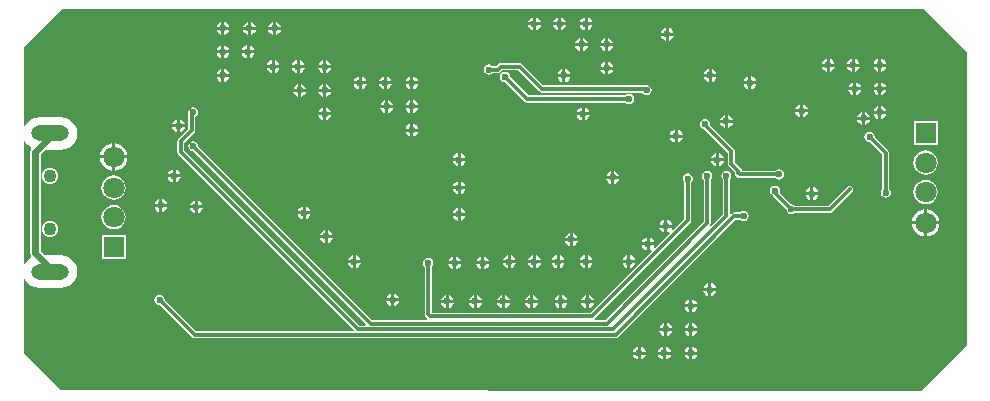
<source format=gbl>
G04*
G04 #@! TF.GenerationSoftware,Altium Limited,Altium Designer,19.1.5 (86)*
G04*
G04 Layer_Physical_Order=2*
G04 Layer_Color=16711680*
%FSLAX44Y44*%
%MOMM*%
G71*
G01*
G75*
%ADD10C,0.2500*%
%ADD44C,1.1000*%
%ADD45O,3.2000X1.3000*%
%ADD53C,0.6000*%
%ADD54C,0.3500*%
%ADD56R,1.8000X1.8000*%
%ADD57C,1.8000*%
%ADD58C,0.6000*%
G36*
X7739Y216566D02*
X9943Y213693D01*
X12334Y211859D01*
X12801Y211341D01*
X12687Y210168D01*
X12247Y209509D01*
X11917Y207850D01*
Y122150D01*
X12247Y120491D01*
X12687Y119832D01*
X12801Y118659D01*
X12334Y118141D01*
X9943Y116307D01*
X7739Y113434D01*
X7520Y112905D01*
X6250Y113157D01*
Y216843D01*
X7520Y217095D01*
X7739Y216566D01*
D02*
G37*
G36*
X805000Y292500D02*
Y43750D01*
X766250Y5000D01*
X37500Y6250D01*
X6250Y37500D01*
Y99843D01*
X7520Y100095D01*
X7739Y99566D01*
X9943Y96693D01*
X12816Y94489D01*
X16161Y93104D01*
X19750Y92631D01*
X37750D01*
X41340Y93104D01*
X44684Y94489D01*
X47557Y96693D01*
X49761Y99566D01*
X51146Y102910D01*
X51619Y106500D01*
X51146Y110090D01*
X49761Y113434D01*
X47557Y116307D01*
X44684Y118511D01*
X41340Y119896D01*
X37750Y120369D01*
X24159D01*
X20583Y123945D01*
Y206056D01*
X24159Y209631D01*
X37750D01*
X41340Y210104D01*
X44684Y211489D01*
X47557Y213693D01*
X49761Y216566D01*
X51146Y219911D01*
X51619Y223500D01*
X51146Y227090D01*
X49761Y230434D01*
X47557Y233307D01*
X44684Y235511D01*
X41340Y236896D01*
X37750Y237369D01*
X19750D01*
X16161Y236896D01*
X12816Y235511D01*
X9943Y233307D01*
X7739Y230434D01*
X7520Y229905D01*
X6250Y230157D01*
Y296250D01*
X38750Y328750D01*
X768750D01*
X805000Y292500D01*
D02*
G37*
%LPC*%
G36*
X483770Y321646D02*
Y317520D01*
X487896D01*
X487719Y318412D01*
X486494Y320244D01*
X484662Y321469D01*
X483770Y321646D01*
D02*
G37*
G36*
X481230D02*
X480338Y321469D01*
X478506Y320244D01*
X477281Y318412D01*
X477104Y317520D01*
X481230D01*
Y321646D01*
D02*
G37*
G36*
X461270D02*
Y317520D01*
X465396D01*
X465219Y318412D01*
X463994Y320244D01*
X462162Y321469D01*
X461270Y321646D01*
D02*
G37*
G36*
X458730D02*
X457838Y321469D01*
X456006Y320244D01*
X454781Y318412D01*
X454604Y317520D01*
X458730D01*
Y321646D01*
D02*
G37*
G36*
X440020D02*
Y317520D01*
X444146D01*
X443969Y318412D01*
X442744Y320244D01*
X440912Y321469D01*
X440020Y321646D01*
D02*
G37*
G36*
X437480D02*
X436588Y321469D01*
X434756Y320244D01*
X433531Y318412D01*
X433354Y317520D01*
X437480D01*
Y321646D01*
D02*
G37*
G36*
X220020Y317896D02*
Y313770D01*
X224146D01*
X223969Y314662D01*
X222744Y316494D01*
X220912Y317719D01*
X220020Y317896D01*
D02*
G37*
G36*
X217480D02*
X216588Y317719D01*
X214756Y316494D01*
X213531Y314662D01*
X213354Y313770D01*
X217480D01*
Y317896D01*
D02*
G37*
G36*
X198770D02*
Y313770D01*
X202896D01*
X202719Y314662D01*
X201494Y316494D01*
X199662Y317719D01*
X198770Y317896D01*
D02*
G37*
G36*
X196230D02*
X195338Y317719D01*
X193506Y316494D01*
X192281Y314662D01*
X192104Y313770D01*
X196230D01*
Y317896D01*
D02*
G37*
G36*
X176270D02*
Y313770D01*
X180396D01*
X180219Y314662D01*
X178994Y316494D01*
X177162Y317719D01*
X176270Y317896D01*
D02*
G37*
G36*
X173730D02*
X172838Y317719D01*
X171006Y316494D01*
X169781Y314662D01*
X169604Y313770D01*
X173730D01*
Y317896D01*
D02*
G37*
G36*
X487896Y314980D02*
X483770D01*
Y310854D01*
X484662Y311031D01*
X486494Y312256D01*
X487719Y314088D01*
X487896Y314980D01*
D02*
G37*
G36*
X481230D02*
X477104D01*
X477281Y314088D01*
X478506Y312256D01*
X480338Y311031D01*
X481230Y310854D01*
Y314980D01*
D02*
G37*
G36*
X465396D02*
X461270D01*
Y310854D01*
X462162Y311031D01*
X463994Y312256D01*
X465219Y314088D01*
X465396Y314980D01*
D02*
G37*
G36*
X458730D02*
X454604D01*
X454781Y314088D01*
X456006Y312256D01*
X457838Y311031D01*
X458730Y310854D01*
Y314980D01*
D02*
G37*
G36*
X444146D02*
X440020D01*
Y310854D01*
X440912Y311031D01*
X442744Y312256D01*
X443969Y314088D01*
X444146Y314980D01*
D02*
G37*
G36*
X437480D02*
X433354D01*
X433531Y314088D01*
X434756Y312256D01*
X436588Y311031D01*
X437480Y310854D01*
Y314980D01*
D02*
G37*
G36*
X552520Y312896D02*
Y308770D01*
X556646D01*
X556469Y309662D01*
X555244Y311494D01*
X553412Y312719D01*
X552520Y312896D01*
D02*
G37*
G36*
X549980D02*
X549088Y312719D01*
X547256Y311494D01*
X546031Y309662D01*
X545854Y308770D01*
X549980D01*
Y312896D01*
D02*
G37*
G36*
X224146Y311230D02*
X220020D01*
Y307104D01*
X220912Y307281D01*
X222744Y308506D01*
X223969Y310338D01*
X224146Y311230D01*
D02*
G37*
G36*
X217480D02*
X213354D01*
X213531Y310338D01*
X214756Y308506D01*
X216588Y307281D01*
X217480Y307104D01*
Y311230D01*
D02*
G37*
G36*
X202896D02*
X198770D01*
Y307104D01*
X199662Y307281D01*
X201494Y308506D01*
X202719Y310338D01*
X202896Y311230D01*
D02*
G37*
G36*
X196230D02*
X192104D01*
X192281Y310338D01*
X193506Y308506D01*
X195338Y307281D01*
X196230Y307104D01*
Y311230D01*
D02*
G37*
G36*
X180396D02*
X176270D01*
Y307104D01*
X177162Y307281D01*
X178994Y308506D01*
X180219Y310338D01*
X180396Y311230D01*
D02*
G37*
G36*
X173730D02*
X169604D01*
X169781Y310338D01*
X171006Y308506D01*
X172838Y307281D01*
X173730Y307104D01*
Y311230D01*
D02*
G37*
G36*
X556646Y306230D02*
X552520D01*
Y302104D01*
X553412Y302281D01*
X555244Y303506D01*
X556469Y305338D01*
X556646Y306230D01*
D02*
G37*
G36*
X549980D02*
X545854D01*
X546031Y305338D01*
X547256Y303506D01*
X549088Y302281D01*
X549980Y302104D01*
Y306230D01*
D02*
G37*
G36*
X501270Y304146D02*
Y300020D01*
X505396D01*
X505219Y300912D01*
X503994Y302744D01*
X502162Y303969D01*
X501270Y304146D01*
D02*
G37*
G36*
X498730D02*
X497838Y303969D01*
X496006Y302744D01*
X494781Y300912D01*
X494604Y300020D01*
X498730D01*
Y304146D01*
D02*
G37*
G36*
X480020D02*
Y300020D01*
X484146D01*
X483969Y300912D01*
X482744Y302744D01*
X480912Y303969D01*
X480020Y304146D01*
D02*
G37*
G36*
X477480D02*
X476588Y303969D01*
X474756Y302744D01*
X473531Y300912D01*
X473354Y300020D01*
X477480D01*
Y304146D01*
D02*
G37*
G36*
X197520Y297896D02*
Y293770D01*
X201646D01*
X201469Y294662D01*
X200244Y296494D01*
X198412Y297719D01*
X197520Y297896D01*
D02*
G37*
G36*
X194980D02*
X194088Y297719D01*
X192256Y296494D01*
X191031Y294662D01*
X190854Y293770D01*
X194980D01*
Y297896D01*
D02*
G37*
G36*
X176270D02*
Y293770D01*
X180396D01*
X180219Y294662D01*
X178994Y296494D01*
X177162Y297719D01*
X176270Y297896D01*
D02*
G37*
G36*
X173730D02*
X172838Y297719D01*
X171006Y296494D01*
X169781Y294662D01*
X169604Y293770D01*
X173730D01*
Y297896D01*
D02*
G37*
G36*
X505396Y297480D02*
X501270D01*
Y293354D01*
X502162Y293531D01*
X503994Y294756D01*
X505219Y296588D01*
X505396Y297480D01*
D02*
G37*
G36*
X498730D02*
X494604D01*
X494781Y296588D01*
X496006Y294756D01*
X497838Y293531D01*
X498730Y293354D01*
Y297480D01*
D02*
G37*
G36*
X484146D02*
X480020D01*
Y293354D01*
X480912Y293531D01*
X482744Y294756D01*
X483969Y296588D01*
X484146Y297480D01*
D02*
G37*
G36*
X477480D02*
X473354D01*
X473531Y296588D01*
X474756Y294756D01*
X476588Y293531D01*
X477480Y293354D01*
Y297480D01*
D02*
G37*
G36*
X201646Y291230D02*
X197520D01*
Y287104D01*
X198412Y287281D01*
X200244Y288506D01*
X201469Y290338D01*
X201646Y291230D01*
D02*
G37*
G36*
X194980D02*
X190854D01*
X191031Y290338D01*
X192256Y288506D01*
X194088Y287281D01*
X194980Y287104D01*
Y291230D01*
D02*
G37*
G36*
X180396D02*
X176270D01*
Y287104D01*
X177162Y287281D01*
X178994Y288506D01*
X180219Y290338D01*
X180396Y291230D01*
D02*
G37*
G36*
X173730D02*
X169604D01*
X169781Y290338D01*
X171006Y288506D01*
X172838Y287281D01*
X173730Y287104D01*
Y291230D01*
D02*
G37*
G36*
X732520Y286646D02*
Y282520D01*
X736646D01*
X736469Y283412D01*
X735244Y285244D01*
X733412Y286469D01*
X732520Y286646D01*
D02*
G37*
G36*
X729980D02*
X729088Y286469D01*
X727256Y285244D01*
X726031Y283412D01*
X725854Y282520D01*
X729980D01*
Y286646D01*
D02*
G37*
G36*
X710020D02*
Y282520D01*
X714146D01*
X713969Y283412D01*
X712744Y285244D01*
X710912Y286469D01*
X710020Y286646D01*
D02*
G37*
G36*
X707480D02*
X706588Y286469D01*
X704756Y285244D01*
X703531Y283412D01*
X703354Y282520D01*
X707480D01*
Y286646D01*
D02*
G37*
G36*
X688770D02*
Y282520D01*
X692896D01*
X692719Y283412D01*
X691494Y285244D01*
X689662Y286469D01*
X688770Y286646D01*
D02*
G37*
G36*
X686230D02*
X685338Y286469D01*
X683506Y285244D01*
X682281Y283412D01*
X682104Y282520D01*
X686230D01*
Y286646D01*
D02*
G37*
G36*
X262520Y285396D02*
Y281270D01*
X266646D01*
X266469Y282162D01*
X265244Y283994D01*
X263412Y285219D01*
X262520Y285396D01*
D02*
G37*
G36*
X259980D02*
X259088Y285219D01*
X257256Y283994D01*
X256031Y282162D01*
X255854Y281270D01*
X259980D01*
Y285396D01*
D02*
G37*
G36*
X240020D02*
Y281270D01*
X244146D01*
X243969Y282162D01*
X242744Y283994D01*
X240912Y285219D01*
X240020Y285396D01*
D02*
G37*
G36*
X237480D02*
X236588Y285219D01*
X234756Y283994D01*
X233531Y282162D01*
X233354Y281270D01*
X237480D01*
Y285396D01*
D02*
G37*
G36*
X218770D02*
Y281270D01*
X222896D01*
X222719Y282162D01*
X221494Y283994D01*
X219662Y285219D01*
X218770Y285396D01*
D02*
G37*
G36*
X216230D02*
X215338Y285219D01*
X213506Y283994D01*
X212281Y282162D01*
X212104Y281270D01*
X216230D01*
Y285396D01*
D02*
G37*
G36*
X426350Y282959D02*
X426350Y282959D01*
X410167D01*
X408997Y282726D01*
X408004Y282063D01*
X408004Y282063D01*
X406500Y280559D01*
X403068D01*
X403064Y280564D01*
X401658Y281503D01*
X400000Y281833D01*
X398342Y281503D01*
X396936Y280564D01*
X395997Y279158D01*
X395667Y277500D01*
X395997Y275842D01*
X396936Y274436D01*
X398342Y273497D01*
X400000Y273167D01*
X401658Y273497D01*
X403064Y274436D01*
X403068Y274441D01*
X407767D01*
X407767Y274441D01*
X408938Y274674D01*
X409930Y275337D01*
X411434Y276841D01*
X425083D01*
X442937Y258987D01*
X443929Y258324D01*
X445100Y258091D01*
X445100Y258091D01*
X529914D01*
X530686Y256936D01*
X532092Y255996D01*
X533750Y255667D01*
X535408Y255996D01*
X536814Y256936D01*
X537753Y258342D01*
X538083Y260000D01*
X537753Y261658D01*
X536814Y263064D01*
X535408Y264003D01*
X533750Y264333D01*
X532862Y264157D01*
X532600Y264209D01*
X532600Y264209D01*
X446367D01*
X428513Y282063D01*
X427520Y282726D01*
X426350Y282959D01*
D02*
G37*
G36*
X501270Y284146D02*
Y280020D01*
X505396D01*
X505219Y280912D01*
X503994Y282744D01*
X502162Y283969D01*
X501270Y284146D01*
D02*
G37*
G36*
X498730D02*
X497838Y283969D01*
X496006Y282744D01*
X494781Y280912D01*
X494604Y280020D01*
X498730D01*
Y284146D01*
D02*
G37*
G36*
X736646Y279980D02*
X732520D01*
Y275854D01*
X733412Y276031D01*
X735244Y277256D01*
X736469Y279088D01*
X736646Y279980D01*
D02*
G37*
G36*
X729980D02*
X725854D01*
X726031Y279088D01*
X727256Y277256D01*
X729088Y276031D01*
X729980Y275854D01*
Y279980D01*
D02*
G37*
G36*
X714146D02*
X710020D01*
Y275854D01*
X710912Y276031D01*
X712744Y277256D01*
X713969Y279088D01*
X714146Y279980D01*
D02*
G37*
G36*
X707480D02*
X703354D01*
X703531Y279088D01*
X704756Y277256D01*
X706588Y276031D01*
X707480Y275854D01*
Y279980D01*
D02*
G37*
G36*
X692896D02*
X688770D01*
Y275854D01*
X689662Y276031D01*
X691494Y277256D01*
X692719Y279088D01*
X692896Y279980D01*
D02*
G37*
G36*
X686230D02*
X682104D01*
X682281Y279088D01*
X683506Y277256D01*
X685338Y276031D01*
X686230Y275854D01*
Y279980D01*
D02*
G37*
G36*
X266646Y278730D02*
X262520D01*
Y274604D01*
X263412Y274781D01*
X265244Y276006D01*
X266469Y277838D01*
X266646Y278730D01*
D02*
G37*
G36*
X259980D02*
X255854D01*
X256031Y277838D01*
X257256Y276006D01*
X259088Y274781D01*
X259980Y274604D01*
Y278730D01*
D02*
G37*
G36*
X244146D02*
X240020D01*
Y274604D01*
X240912Y274781D01*
X242744Y276006D01*
X243969Y277838D01*
X244146Y278730D01*
D02*
G37*
G36*
X237480D02*
X233354D01*
X233531Y277838D01*
X234756Y276006D01*
X236588Y274781D01*
X237480Y274604D01*
Y278730D01*
D02*
G37*
G36*
X222896D02*
X218770D01*
Y274604D01*
X219662Y274781D01*
X221494Y276006D01*
X222719Y277838D01*
X222896Y278730D01*
D02*
G37*
G36*
X216230D02*
X212104D01*
X212281Y277838D01*
X213506Y276006D01*
X215338Y274781D01*
X216230Y274604D01*
Y278730D01*
D02*
G37*
G36*
X588770Y277896D02*
Y273770D01*
X592896D01*
X592719Y274662D01*
X591494Y276494D01*
X589662Y277719D01*
X588770Y277896D01*
D02*
G37*
G36*
X586230D02*
X585338Y277719D01*
X583506Y276494D01*
X582281Y274662D01*
X582104Y273770D01*
X586230D01*
Y277896D01*
D02*
G37*
G36*
X465020D02*
Y273770D01*
X469146D01*
X468969Y274662D01*
X467744Y276494D01*
X465912Y277719D01*
X465020Y277896D01*
D02*
G37*
G36*
X462480D02*
X461588Y277719D01*
X459756Y276494D01*
X458531Y274662D01*
X458354Y273770D01*
X462480D01*
Y277896D01*
D02*
G37*
G36*
X176270D02*
Y273770D01*
X180396D01*
X180219Y274662D01*
X178994Y276494D01*
X177162Y277719D01*
X176270Y277896D01*
D02*
G37*
G36*
X173730D02*
X172838Y277719D01*
X171006Y276494D01*
X169781Y274662D01*
X169604Y273770D01*
X173730D01*
Y277896D01*
D02*
G37*
G36*
X505396Y277480D02*
X501270D01*
Y273354D01*
X502162Y273531D01*
X503994Y274756D01*
X505219Y276588D01*
X505396Y277480D01*
D02*
G37*
G36*
X498730D02*
X494604D01*
X494781Y276588D01*
X496006Y274756D01*
X497838Y273531D01*
X498730Y273354D01*
Y277480D01*
D02*
G37*
G36*
X622520Y271646D02*
Y267520D01*
X626646D01*
X626469Y268412D01*
X625244Y270244D01*
X623412Y271469D01*
X622520Y271646D01*
D02*
G37*
G36*
X619980D02*
X619088Y271469D01*
X617256Y270244D01*
X616031Y268412D01*
X615854Y267520D01*
X619980D01*
Y271646D01*
D02*
G37*
G36*
X336270Y271646D02*
Y267520D01*
X340396D01*
X340219Y268412D01*
X338994Y270244D01*
X337162Y271469D01*
X336270Y271646D01*
D02*
G37*
G36*
X333730D02*
X332838Y271469D01*
X331006Y270244D01*
X329781Y268412D01*
X329604Y267520D01*
X333730D01*
Y271646D01*
D02*
G37*
G36*
X313770D02*
Y267520D01*
X317896D01*
X317719Y268412D01*
X316494Y270244D01*
X314662Y271469D01*
X313770Y271646D01*
D02*
G37*
G36*
X311230D02*
X310338Y271469D01*
X308506Y270244D01*
X307281Y268412D01*
X307104Y267520D01*
X311230D01*
Y271646D01*
D02*
G37*
G36*
X292520D02*
Y267520D01*
X296646D01*
X296469Y268412D01*
X295244Y270244D01*
X293412Y271469D01*
X292520Y271646D01*
D02*
G37*
G36*
X289980D02*
X289088Y271469D01*
X287256Y270244D01*
X286031Y268412D01*
X285854Y267520D01*
X289980D01*
Y271646D01*
D02*
G37*
G36*
X592896Y271230D02*
X588770D01*
Y267104D01*
X589662Y267281D01*
X591494Y268506D01*
X592719Y270338D01*
X592896Y271230D01*
D02*
G37*
G36*
X586230D02*
X582104D01*
X582281Y270338D01*
X583506Y268506D01*
X585338Y267281D01*
X586230Y267104D01*
Y271230D01*
D02*
G37*
G36*
X469146D02*
X465020D01*
Y267104D01*
X465912Y267281D01*
X467744Y268506D01*
X468969Y270338D01*
X469146Y271230D01*
D02*
G37*
G36*
X462480D02*
X458354D01*
X458531Y270338D01*
X459756Y268506D01*
X461588Y267281D01*
X462480Y267104D01*
Y271230D01*
D02*
G37*
G36*
X180396D02*
X176270D01*
Y267104D01*
X177162Y267281D01*
X178994Y268506D01*
X180219Y270338D01*
X180396Y271230D01*
D02*
G37*
G36*
X173730D02*
X169604D01*
X169781Y270338D01*
X171006Y268506D01*
X172838Y267281D01*
X173730Y267104D01*
Y271230D01*
D02*
G37*
G36*
X732520Y266646D02*
Y262520D01*
X736646D01*
X736469Y263412D01*
X735244Y265244D01*
X733412Y266469D01*
X732520Y266646D01*
D02*
G37*
G36*
X729980D02*
X729088Y266469D01*
X727256Y265244D01*
X726031Y263412D01*
X725854Y262520D01*
X729980D01*
Y266646D01*
D02*
G37*
G36*
X711270D02*
Y262520D01*
X715396D01*
X715219Y263412D01*
X713994Y265244D01*
X712162Y266469D01*
X711270Y266646D01*
D02*
G37*
G36*
X708730D02*
X707838Y266469D01*
X706006Y265244D01*
X704781Y263412D01*
X704604Y262520D01*
X708730D01*
Y266646D01*
D02*
G37*
G36*
X262520Y265396D02*
Y261270D01*
X266646D01*
X266469Y262162D01*
X265244Y263994D01*
X263412Y265219D01*
X262520Y265396D01*
D02*
G37*
G36*
X259980D02*
X259088Y265219D01*
X257256Y263994D01*
X256031Y262162D01*
X255854Y261270D01*
X259980D01*
Y265396D01*
D02*
G37*
G36*
X241270D02*
Y261270D01*
X245396D01*
X245219Y262162D01*
X243994Y263994D01*
X242162Y265219D01*
X241270Y265396D01*
D02*
G37*
G36*
X238730D02*
X237838Y265219D01*
X236006Y263994D01*
X234781Y262162D01*
X234604Y261270D01*
X238730D01*
Y265396D01*
D02*
G37*
G36*
X626646Y264980D02*
X622520D01*
Y260854D01*
X623412Y261031D01*
X625244Y262256D01*
X626469Y264088D01*
X626646Y264980D01*
D02*
G37*
G36*
X619980D02*
X615854D01*
X616031Y264088D01*
X617256Y262256D01*
X619088Y261031D01*
X619980Y260854D01*
Y264980D01*
D02*
G37*
G36*
X340396Y264980D02*
X336270D01*
Y260854D01*
X337162Y261031D01*
X338994Y262256D01*
X340219Y264088D01*
X340396Y264980D01*
D02*
G37*
G36*
X333730D02*
X329604D01*
X329781Y264088D01*
X331006Y262256D01*
X332838Y261031D01*
X333730Y260854D01*
Y264980D01*
D02*
G37*
G36*
X317896D02*
X313770D01*
Y260854D01*
X314662Y261031D01*
X316494Y262256D01*
X317719Y264088D01*
X317896Y264980D01*
D02*
G37*
G36*
X311230D02*
X307104D01*
X307281Y264088D01*
X308506Y262256D01*
X310338Y261031D01*
X311230Y260854D01*
Y264980D01*
D02*
G37*
G36*
X296646D02*
X292520D01*
Y260854D01*
X293412Y261031D01*
X295244Y262256D01*
X296469Y264088D01*
X296646Y264980D01*
D02*
G37*
G36*
X289980D02*
X285854D01*
X286031Y264088D01*
X287256Y262256D01*
X289088Y261031D01*
X289980Y260854D01*
Y264980D01*
D02*
G37*
G36*
X736646Y259980D02*
X732520D01*
Y255854D01*
X733412Y256031D01*
X735244Y257256D01*
X736469Y259088D01*
X736646Y259980D01*
D02*
G37*
G36*
X729980D02*
X725854D01*
X726031Y259088D01*
X727256Y257256D01*
X729088Y256031D01*
X729980Y255854D01*
Y259980D01*
D02*
G37*
G36*
X715396D02*
X711270D01*
Y255854D01*
X712162Y256031D01*
X713994Y257256D01*
X715219Y259088D01*
X715396Y259980D01*
D02*
G37*
G36*
X708730D02*
X704604D01*
X704781Y259088D01*
X706006Y257256D01*
X707838Y256031D01*
X708730Y255854D01*
Y259980D01*
D02*
G37*
G36*
X266646Y258730D02*
X262520D01*
Y254604D01*
X263412Y254781D01*
X265244Y256006D01*
X266469Y257838D01*
X266646Y258730D01*
D02*
G37*
G36*
X259980D02*
X255854D01*
X256031Y257838D01*
X257256Y256006D01*
X259088Y254781D01*
X259980Y254604D01*
Y258730D01*
D02*
G37*
G36*
X245396D02*
X241270D01*
Y254604D01*
X242162Y254781D01*
X243994Y256006D01*
X245219Y257838D01*
X245396Y258730D01*
D02*
G37*
G36*
X238730D02*
X234604D01*
X234781Y257838D01*
X236006Y256006D01*
X237838Y254781D01*
X238730Y254604D01*
Y258730D01*
D02*
G37*
G36*
X413750Y275583D02*
X412092Y275253D01*
X410686Y274314D01*
X409747Y272908D01*
X409417Y271250D01*
X409747Y269592D01*
X410686Y268186D01*
X412092Y267246D01*
X413750Y266917D01*
X413756Y266918D01*
X430337Y250337D01*
X431329Y249674D01*
X432500Y249441D01*
X432500Y249441D01*
X515682D01*
X515686Y249436D01*
X517092Y248496D01*
X518750Y248167D01*
X520408Y248496D01*
X521814Y249436D01*
X522753Y250842D01*
X523083Y252500D01*
X522753Y254158D01*
X521814Y255564D01*
X520408Y256503D01*
X518750Y256833D01*
X517092Y256503D01*
X515686Y255564D01*
X515682Y255559D01*
X433767D01*
X418082Y271244D01*
X418083Y271250D01*
X417753Y272908D01*
X416814Y274314D01*
X415408Y275253D01*
X413750Y275583D01*
D02*
G37*
G36*
X336270Y251646D02*
Y247520D01*
X340396D01*
X340219Y248412D01*
X338994Y250244D01*
X337162Y251469D01*
X336270Y251646D01*
D02*
G37*
G36*
X333730D02*
X332838Y251469D01*
X331006Y250244D01*
X329781Y248412D01*
X329604Y247520D01*
X333730D01*
Y251646D01*
D02*
G37*
G36*
X315020D02*
Y247520D01*
X319146D01*
X318969Y248412D01*
X317744Y250244D01*
X315912Y251469D01*
X315020Y251646D01*
D02*
G37*
G36*
X312480D02*
X311588Y251469D01*
X309756Y250244D01*
X308531Y248412D01*
X308354Y247520D01*
X312480D01*
Y251646D01*
D02*
G37*
G36*
X666270Y247896D02*
Y243770D01*
X670396D01*
X670219Y244662D01*
X668994Y246494D01*
X667162Y247719D01*
X666270Y247896D01*
D02*
G37*
G36*
X663730D02*
X662838Y247719D01*
X661006Y246494D01*
X659781Y244662D01*
X659604Y243770D01*
X663730D01*
Y247896D01*
D02*
G37*
G36*
X732520Y246646D02*
Y242520D01*
X736646D01*
X736469Y243412D01*
X735244Y245244D01*
X733412Y246469D01*
X732520Y246646D01*
D02*
G37*
G36*
X729980D02*
X729088Y246469D01*
X727256Y245244D01*
X726031Y243412D01*
X725854Y242520D01*
X729980D01*
Y246646D01*
D02*
G37*
G36*
X481270Y245396D02*
Y241270D01*
X485396D01*
X485219Y242162D01*
X483994Y243994D01*
X482162Y245219D01*
X481270Y245396D01*
D02*
G37*
G36*
X478730D02*
X477838Y245219D01*
X476006Y243994D01*
X474781Y242162D01*
X474604Y241270D01*
X478730D01*
Y245396D01*
D02*
G37*
G36*
X262520D02*
Y241270D01*
X266646D01*
X266469Y242162D01*
X265244Y243994D01*
X263412Y245219D01*
X262520Y245396D01*
D02*
G37*
G36*
X259980D02*
X259088Y245219D01*
X257256Y243994D01*
X256031Y242162D01*
X255854Y241270D01*
X259980D01*
Y245396D01*
D02*
G37*
G36*
X340396Y244980D02*
X336270D01*
Y240854D01*
X337162Y241031D01*
X338994Y242256D01*
X340219Y244088D01*
X340396Y244980D01*
D02*
G37*
G36*
X333730D02*
X329604D01*
X329781Y244088D01*
X331006Y242256D01*
X332838Y241031D01*
X333730Y240854D01*
Y244980D01*
D02*
G37*
G36*
X319146D02*
X315020D01*
Y240854D01*
X315912Y241031D01*
X317744Y242256D01*
X318969Y244088D01*
X319146Y244980D01*
D02*
G37*
G36*
X312480D02*
X308354D01*
X308531Y244088D01*
X309756Y242256D01*
X311588Y241031D01*
X312480Y240854D01*
Y244980D01*
D02*
G37*
G36*
X718770Y241646D02*
Y237520D01*
X722896D01*
X722719Y238412D01*
X721494Y240244D01*
X719662Y241469D01*
X718770Y241646D01*
D02*
G37*
G36*
X716230D02*
X715338Y241469D01*
X713506Y240244D01*
X712281Y238412D01*
X712104Y237520D01*
X716230D01*
Y241646D01*
D02*
G37*
G36*
X670396Y241230D02*
X666270D01*
Y237104D01*
X667162Y237281D01*
X668994Y238506D01*
X670219Y240338D01*
X670396Y241230D01*
D02*
G37*
G36*
X663730D02*
X659604D01*
X659781Y240338D01*
X661006Y238506D01*
X662838Y237281D01*
X663730Y237104D01*
Y241230D01*
D02*
G37*
G36*
X736646Y239980D02*
X732520D01*
Y235854D01*
X733412Y236031D01*
X735244Y237256D01*
X736469Y239088D01*
X736646Y239980D01*
D02*
G37*
G36*
X729980D02*
X725854D01*
X726031Y239088D01*
X727256Y237256D01*
X729088Y236031D01*
X729980Y235854D01*
Y239980D01*
D02*
G37*
G36*
X602520Y239146D02*
Y235020D01*
X606646D01*
X606469Y235912D01*
X605244Y237744D01*
X603412Y238969D01*
X602520Y239146D01*
D02*
G37*
G36*
X599980D02*
X599088Y238969D01*
X597256Y237744D01*
X596031Y235912D01*
X595854Y235020D01*
X599980D01*
Y239146D01*
D02*
G37*
G36*
X485396Y238730D02*
X481270D01*
Y234604D01*
X482162Y234781D01*
X483994Y236006D01*
X485219Y237838D01*
X485396Y238730D01*
D02*
G37*
G36*
X478730D02*
X474604D01*
X474781Y237838D01*
X476006Y236006D01*
X477838Y234781D01*
X478730Y234604D01*
Y238730D01*
D02*
G37*
G36*
X266646D02*
X262520D01*
Y234604D01*
X263412Y234781D01*
X265244Y236006D01*
X266469Y237838D01*
X266646Y238730D01*
D02*
G37*
G36*
X259980D02*
X255854D01*
X256031Y237838D01*
X257256Y236006D01*
X259088Y234781D01*
X259980Y234604D01*
Y238730D01*
D02*
G37*
G36*
X138773Y235403D02*
Y231277D01*
X142899D01*
X142722Y232169D01*
X141497Y234001D01*
X139665Y235226D01*
X138773Y235403D01*
D02*
G37*
G36*
X136233D02*
X135341Y235226D01*
X133509Y234001D01*
X132284Y232169D01*
X132107Y231277D01*
X136233D01*
Y235403D01*
D02*
G37*
G36*
X722896Y234980D02*
X718770D01*
Y230854D01*
X719662Y231031D01*
X721494Y232256D01*
X722719Y234088D01*
X722896Y234980D01*
D02*
G37*
G36*
X716230D02*
X712104D01*
X712281Y234088D01*
X713506Y232256D01*
X715338Y231031D01*
X716230Y230854D01*
Y234980D01*
D02*
G37*
G36*
X606646Y232480D02*
X602520D01*
Y228354D01*
X603412Y228531D01*
X605244Y229756D01*
X606469Y231588D01*
X606646Y232480D01*
D02*
G37*
G36*
X599980D02*
X595854D01*
X596031Y231588D01*
X597256Y229756D01*
X599088Y228531D01*
X599980Y228354D01*
Y232480D01*
D02*
G37*
G36*
X336270Y231646D02*
Y227520D01*
X340396D01*
X340219Y228412D01*
X338994Y230244D01*
X337162Y231469D01*
X336270Y231646D01*
D02*
G37*
G36*
X333730D02*
X332838Y231469D01*
X331006Y230244D01*
X329781Y228412D01*
X329604Y227520D01*
X333730D01*
Y231646D01*
D02*
G37*
G36*
X142899Y228737D02*
X138773D01*
Y224611D01*
X139665Y224788D01*
X141497Y226013D01*
X142722Y227845D01*
X142899Y228737D01*
D02*
G37*
G36*
X136233D02*
X132107D01*
X132284Y227845D01*
X133509Y226013D01*
X135341Y224788D01*
X136233Y224611D01*
Y228737D01*
D02*
G37*
G36*
X560020Y226646D02*
Y222520D01*
X564146D01*
X563969Y223412D01*
X562744Y225244D01*
X560912Y226469D01*
X560020Y226646D01*
D02*
G37*
G36*
X557480D02*
X556588Y226469D01*
X554756Y225244D01*
X553531Y223412D01*
X553354Y222520D01*
X557480D01*
Y226646D01*
D02*
G37*
G36*
X340396Y224980D02*
X336270D01*
Y220854D01*
X337162Y221031D01*
X338994Y222256D01*
X340219Y224088D01*
X340396Y224980D01*
D02*
G37*
G36*
X333730D02*
X329604D01*
X329781Y224088D01*
X331006Y222256D01*
X332838Y221031D01*
X333730Y220854D01*
Y224980D01*
D02*
G37*
G36*
X564146Y219980D02*
X560020D01*
Y215854D01*
X560912Y216031D01*
X562744Y217256D01*
X563969Y219088D01*
X564146Y219980D01*
D02*
G37*
G36*
X557480D02*
X553354D01*
X553531Y219088D01*
X554756Y217256D01*
X556588Y216031D01*
X557480Y215854D01*
Y219980D01*
D02*
G37*
G36*
X780250Y234000D02*
X759750D01*
Y213500D01*
X780250D01*
Y234000D01*
D02*
G37*
G36*
X83770Y214972D02*
Y204770D01*
X93972D01*
X93743Y206513D01*
X92580Y209320D01*
X90730Y211730D01*
X88320Y213580D01*
X85513Y214743D01*
X83770Y214972D01*
D02*
G37*
G36*
X81230D02*
X79487Y214743D01*
X76680Y213580D01*
X74270Y211730D01*
X72420Y209320D01*
X71257Y206513D01*
X71028Y204770D01*
X81230D01*
Y214972D01*
D02*
G37*
G36*
X595020Y206646D02*
Y202520D01*
X599146D01*
X598969Y203412D01*
X597744Y205244D01*
X595912Y206469D01*
X595020Y206646D01*
D02*
G37*
G36*
X592480D02*
X591588Y206469D01*
X589756Y205244D01*
X588531Y203412D01*
X588354Y202520D01*
X592480D01*
Y206646D01*
D02*
G37*
G36*
X376270D02*
Y202520D01*
X380396D01*
X380219Y203412D01*
X378994Y205244D01*
X377162Y206469D01*
X376270Y206646D01*
D02*
G37*
G36*
X373730D02*
X372838Y206469D01*
X371006Y205244D01*
X369781Y203412D01*
X369604Y202520D01*
X373730D01*
Y206646D01*
D02*
G37*
G36*
X599146Y199980D02*
X595020D01*
Y195854D01*
X595912Y196031D01*
X597744Y197256D01*
X598969Y199088D01*
X599146Y199980D01*
D02*
G37*
G36*
X592480D02*
X588354D01*
X588531Y199088D01*
X589756Y197256D01*
X591588Y196031D01*
X592480Y195854D01*
Y199980D01*
D02*
G37*
G36*
X380396D02*
X376270D01*
Y195854D01*
X377162Y196031D01*
X378994Y197256D01*
X380219Y199088D01*
X380396Y199980D01*
D02*
G37*
G36*
X373730D02*
X369604D01*
X369781Y199088D01*
X371006Y197256D01*
X372838Y196031D01*
X373730Y195854D01*
Y199980D01*
D02*
G37*
G36*
X93972Y202230D02*
X83770D01*
Y192028D01*
X85513Y192257D01*
X88320Y193420D01*
X90730Y195270D01*
X92580Y197680D01*
X93743Y200487D01*
X93972Y202230D01*
D02*
G37*
G36*
X81230D02*
X71028D01*
X71257Y200487D01*
X72420Y197680D01*
X74270Y195270D01*
X76680Y193420D01*
X79487Y192257D01*
X81230Y192028D01*
Y202230D01*
D02*
G37*
G36*
X135020Y192896D02*
Y188770D01*
X139146D01*
X138969Y189662D01*
X137744Y191494D01*
X135912Y192719D01*
X135020Y192896D01*
D02*
G37*
G36*
X132480D02*
X131588Y192719D01*
X129756Y191494D01*
X128531Y189662D01*
X128354Y188770D01*
X132480D01*
Y192896D01*
D02*
G37*
G36*
X770000Y209088D02*
X767324Y208736D01*
X764831Y207703D01*
X762690Y206060D01*
X761047Y203919D01*
X760014Y201426D01*
X759661Y198750D01*
X760014Y196074D01*
X761047Y193581D01*
X762690Y191440D01*
X764831Y189797D01*
X767324Y188764D01*
X770000Y188412D01*
X772676Y188764D01*
X775169Y189797D01*
X777310Y191440D01*
X778953Y193581D01*
X779986Y196074D01*
X780338Y198750D01*
X779986Y201426D01*
X778953Y203919D01*
X777310Y206060D01*
X775169Y207703D01*
X772676Y208736D01*
X770000Y209088D01*
D02*
G37*
G36*
X506270Y191646D02*
Y187520D01*
X510396D01*
X510219Y188412D01*
X508994Y190244D01*
X507162Y191469D01*
X506270Y191646D01*
D02*
G37*
G36*
X503730D02*
X502838Y191469D01*
X501006Y190244D01*
X499781Y188412D01*
X499604Y187520D01*
X503730D01*
Y191646D01*
D02*
G37*
G36*
X583125Y235581D02*
X581467Y235251D01*
X580061Y234311D01*
X579122Y232906D01*
X578792Y231247D01*
X579122Y229589D01*
X580061Y228183D01*
X581467Y227244D01*
X582357Y227067D01*
X602437Y206987D01*
Y197750D01*
X602437Y197750D01*
X602670Y196579D01*
X603333Y195587D01*
X608441Y190479D01*
Y189750D01*
X608441Y189750D01*
X608674Y188579D01*
X609337Y187587D01*
X610337Y186587D01*
X610337Y186587D01*
X611329Y185924D01*
X612500Y185691D01*
X612500Y185691D01*
X642682D01*
X642686Y185686D01*
X644092Y184746D01*
X645750Y184417D01*
X647408Y184746D01*
X648814Y185686D01*
X649753Y187092D01*
X650083Y188750D01*
X649753Y190408D01*
X648814Y191814D01*
X647408Y192753D01*
X645750Y193083D01*
X644092Y192753D01*
X642686Y191814D01*
X642682Y191809D01*
X614546D01*
X614326Y192916D01*
X613663Y193909D01*
X613663Y193909D01*
X608554Y199017D01*
Y208254D01*
X608322Y209425D01*
X607659Y210417D01*
X607659Y210417D01*
X587354Y230722D01*
X587458Y231247D01*
X587128Y232906D01*
X586189Y234311D01*
X584783Y235251D01*
X583125Y235581D01*
D02*
G37*
G36*
X139146Y186230D02*
X135020D01*
Y182104D01*
X135912Y182281D01*
X137744Y183506D01*
X138969Y185338D01*
X139146Y186230D01*
D02*
G37*
G36*
X132480D02*
X128354D01*
X128531Y185338D01*
X129756Y183506D01*
X131588Y182281D01*
X132480Y182104D01*
Y186230D01*
D02*
G37*
G36*
X510396Y184980D02*
X506270D01*
Y180854D01*
X507162Y181031D01*
X508994Y182256D01*
X510219Y184088D01*
X510396Y184980D01*
D02*
G37*
G36*
X503730D02*
X499604D01*
X499781Y184088D01*
X501006Y182256D01*
X502838Y181031D01*
X503730Y180854D01*
Y184980D01*
D02*
G37*
G36*
X28750Y194308D02*
X26988Y194076D01*
X25346Y193396D01*
X23936Y192314D01*
X22854Y190904D01*
X22174Y189262D01*
X21942Y187500D01*
X22174Y185738D01*
X22854Y184096D01*
X23936Y182686D01*
X25346Y181604D01*
X26988Y180924D01*
X28750Y180692D01*
X30512Y180924D01*
X32154Y181604D01*
X33564Y182686D01*
X34646Y184096D01*
X35326Y185738D01*
X35558Y187500D01*
X35326Y189262D01*
X34646Y190904D01*
X33564Y192314D01*
X32154Y193396D01*
X30512Y194076D01*
X28750Y194308D01*
D02*
G37*
G36*
X376270Y182896D02*
Y178770D01*
X380396D01*
X380219Y179662D01*
X378994Y181494D01*
X377162Y182719D01*
X376270Y182896D01*
D02*
G37*
G36*
X373730D02*
X372838Y182719D01*
X371006Y181494D01*
X369781Y179662D01*
X369604Y178770D01*
X373730D01*
Y182896D01*
D02*
G37*
G36*
X675020Y177896D02*
Y173770D01*
X679146D01*
X678969Y174662D01*
X677744Y176494D01*
X675912Y177719D01*
X675020Y177896D01*
D02*
G37*
G36*
X672480D02*
X671588Y177719D01*
X669756Y176494D01*
X668531Y174662D01*
X668354Y173770D01*
X672480D01*
Y177896D01*
D02*
G37*
G36*
X380396Y176230D02*
X376270D01*
Y172104D01*
X377162Y172281D01*
X378994Y173506D01*
X380219Y175338D01*
X380396Y176230D01*
D02*
G37*
G36*
X373730D02*
X369604D01*
X369781Y175338D01*
X371006Y173506D01*
X372838Y172281D01*
X373730Y172104D01*
Y176230D01*
D02*
G37*
G36*
X722500Y224833D02*
X720842Y224503D01*
X719436Y223564D01*
X718497Y222158D01*
X718167Y220500D01*
X718497Y218842D01*
X719436Y217436D01*
X720842Y216497D01*
X722500Y216167D01*
X722506Y216168D01*
X733191Y205483D01*
Y176318D01*
X733186Y176314D01*
X732247Y174908D01*
X731917Y173250D01*
X732247Y171592D01*
X733186Y170186D01*
X734592Y169247D01*
X736250Y168917D01*
X737908Y169247D01*
X739314Y170186D01*
X740253Y171592D01*
X740583Y173250D01*
X740253Y174908D01*
X739314Y176314D01*
X739309Y176318D01*
Y206750D01*
X739309Y206750D01*
X739076Y207921D01*
X738413Y208913D01*
X726832Y220494D01*
X726833Y220500D01*
X726503Y222158D01*
X725564Y223564D01*
X724158Y224503D01*
X722500Y224833D01*
D02*
G37*
G36*
X82500Y187838D02*
X79824Y187486D01*
X77331Y186453D01*
X75190Y184810D01*
X73547Y182669D01*
X72514Y180176D01*
X72162Y177500D01*
X72514Y174824D01*
X73547Y172331D01*
X75190Y170190D01*
X77331Y168547D01*
X79824Y167514D01*
X82500Y167162D01*
X85176Y167514D01*
X87669Y168547D01*
X89810Y170190D01*
X91453Y172331D01*
X92486Y174824D01*
X92838Y177500D01*
X92486Y180176D01*
X91453Y182669D01*
X89810Y184810D01*
X87669Y186453D01*
X85176Y187486D01*
X82500Y187838D01*
D02*
G37*
G36*
X679146Y171230D02*
X675020D01*
Y167104D01*
X675912Y167281D01*
X677744Y168506D01*
X678969Y170338D01*
X679146Y171230D01*
D02*
G37*
G36*
X672480D02*
X668354D01*
X668531Y170338D01*
X669756Y168506D01*
X671588Y167281D01*
X672480Y167104D01*
Y171230D01*
D02*
G37*
G36*
X123770Y167896D02*
Y163770D01*
X127896D01*
X127718Y164662D01*
X126494Y166494D01*
X124662Y167719D01*
X123770Y167896D01*
D02*
G37*
G36*
X121230D02*
X120338Y167719D01*
X118506Y166494D01*
X117281Y164662D01*
X117104Y163770D01*
X121230D01*
Y167896D01*
D02*
G37*
G36*
X770000Y184088D02*
X767324Y183736D01*
X764831Y182703D01*
X762690Y181060D01*
X761047Y178919D01*
X760014Y176426D01*
X759661Y173750D01*
X760014Y171074D01*
X761047Y168581D01*
X762690Y166440D01*
X764831Y164797D01*
X767324Y163764D01*
X770000Y163412D01*
X772676Y163764D01*
X775169Y164797D01*
X777310Y166440D01*
X778953Y168581D01*
X779986Y171074D01*
X780338Y173750D01*
X779986Y176426D01*
X778953Y178919D01*
X777310Y181060D01*
X775169Y182703D01*
X772676Y183736D01*
X770000Y184088D01*
D02*
G37*
G36*
X153770Y166646D02*
Y162520D01*
X157896D01*
X157719Y163412D01*
X156494Y165244D01*
X154662Y166469D01*
X153770Y166646D01*
D02*
G37*
G36*
X151230D02*
X150338Y166469D01*
X148506Y165244D01*
X147281Y163412D01*
X147104Y162520D01*
X151230D01*
Y166646D01*
D02*
G37*
G36*
X245020Y161646D02*
Y157520D01*
X249146D01*
X248969Y158412D01*
X247744Y160244D01*
X245912Y161469D01*
X245020Y161646D01*
D02*
G37*
G36*
X242480D02*
X241588Y161469D01*
X239756Y160244D01*
X238531Y158412D01*
X238354Y157520D01*
X242480D01*
Y161646D01*
D02*
G37*
G36*
X127896Y161230D02*
X123770D01*
Y157104D01*
X124662Y157281D01*
X126494Y158506D01*
X127718Y160338D01*
X127896Y161230D01*
D02*
G37*
G36*
X121230D02*
X117104D01*
X117281Y160338D01*
X118506Y158506D01*
X120338Y157281D01*
X121230Y157104D01*
Y161230D01*
D02*
G37*
G36*
X376270Y160396D02*
Y156270D01*
X380396D01*
X380219Y157162D01*
X378994Y158994D01*
X377162Y160219D01*
X376270Y160396D01*
D02*
G37*
G36*
X373730D02*
X372838Y160219D01*
X371006Y158994D01*
X369781Y157162D01*
X369604Y156270D01*
X373730D01*
Y160396D01*
D02*
G37*
G36*
X642507Y179333D02*
X640849Y179003D01*
X639443Y178064D01*
X638504Y176658D01*
X638174Y175000D01*
X638504Y173342D01*
X639443Y171936D01*
X639736Y171740D01*
X640344Y170830D01*
X651918Y159256D01*
X651917Y159250D01*
X652247Y157592D01*
X653186Y156186D01*
X654592Y155247D01*
X656250Y154917D01*
X657908Y155247D01*
X659314Y156186D01*
X659318Y156191D01*
X688750D01*
X688750Y156191D01*
X689921Y156424D01*
X690913Y157087D01*
X707913Y174087D01*
X708576Y175079D01*
X708809Y176250D01*
X708576Y177421D01*
X707913Y178413D01*
X706920Y179076D01*
X705750Y179309D01*
X704579Y179076D01*
X703587Y178413D01*
X687483Y162309D01*
X659318D01*
X659314Y162314D01*
X657908Y163253D01*
X656250Y163583D01*
X656244Y163582D01*
X646500Y173326D01*
X646511Y173342D01*
X646840Y175000D01*
X646511Y176658D01*
X645571Y178064D01*
X644165Y179003D01*
X642507Y179333D01*
D02*
G37*
G36*
X157896Y159980D02*
X153770D01*
Y155854D01*
X154662Y156031D01*
X156494Y157256D01*
X157719Y159088D01*
X157896Y159980D01*
D02*
G37*
G36*
X151230D02*
X147104D01*
X147281Y159088D01*
X148506Y157256D01*
X150338Y156031D01*
X151230Y155854D01*
Y159980D01*
D02*
G37*
G36*
X249146Y154980D02*
X245020D01*
Y150854D01*
X245912Y151031D01*
X247744Y152256D01*
X248969Y154088D01*
X249146Y154980D01*
D02*
G37*
G36*
X242480D02*
X238354D01*
X238531Y154088D01*
X239756Y152256D01*
X241588Y151031D01*
X242480Y150854D01*
Y154980D01*
D02*
G37*
G36*
X380396Y153730D02*
X376270D01*
Y149604D01*
X377162Y149781D01*
X378994Y151006D01*
X380219Y152838D01*
X380396Y153730D01*
D02*
G37*
G36*
X373730D02*
X369604D01*
X369781Y152838D01*
X371006Y151006D01*
X372838Y149781D01*
X373730Y149604D01*
Y153730D01*
D02*
G37*
G36*
X150000Y245583D02*
X148342Y245253D01*
X146936Y244314D01*
X145997Y242908D01*
X145667Y241250D01*
X145791Y240628D01*
X145659Y239968D01*
X145659Y239968D01*
Y227476D01*
X137237Y219053D01*
X136574Y218061D01*
X136341Y216891D01*
X136341Y216891D01*
Y208109D01*
X136341Y208109D01*
X136574Y206939D01*
X137237Y205946D01*
X285951Y57232D01*
X285466Y56059D01*
X152220D01*
X125683Y82595D01*
X125685Y82601D01*
X125355Y84260D01*
X124416Y85666D01*
X123010Y86605D01*
X121351Y86935D01*
X119693Y86605D01*
X118287Y85666D01*
X117348Y84260D01*
X117018Y82601D01*
X117348Y80943D01*
X118287Y79537D01*
X119693Y78598D01*
X121351Y78268D01*
X121358Y78270D01*
X148790Y50837D01*
X148790Y50837D01*
X149782Y50174D01*
X150953Y49941D01*
X150953Y49941D01*
X507470D01*
X507471Y49941D01*
X508641Y50174D01*
X509633Y50837D01*
X609196Y150399D01*
X612891D01*
X612894Y150394D01*
X614300Y149454D01*
X615959Y149125D01*
X617617Y149454D01*
X619022Y150394D01*
X619962Y151800D01*
X620292Y153458D01*
X619962Y155116D01*
X619022Y156522D01*
X617617Y157461D01*
X615959Y157791D01*
X614300Y157461D01*
X612894Y156522D01*
X612891Y156517D01*
X607929D01*
X606758Y156284D01*
X605766Y155621D01*
X605766Y155621D01*
X605482Y155337D01*
X604309Y155823D01*
Y184432D01*
X604314Y184436D01*
X605253Y185842D01*
X605583Y187500D01*
X605253Y189158D01*
X604314Y190564D01*
X602908Y191503D01*
X601250Y191833D01*
X599592Y191503D01*
X598186Y190564D01*
X597247Y189158D01*
X596917Y187500D01*
X597247Y185842D01*
X598186Y184436D01*
X598191Y184432D01*
Y154764D01*
X588541Y145114D01*
X587555Y145923D01*
X587826Y146329D01*
X588059Y147500D01*
X588059Y147500D01*
Y184432D01*
X588064Y184436D01*
X589003Y185842D01*
X589333Y187500D01*
X589003Y189158D01*
X588064Y190564D01*
X586658Y191503D01*
X585000Y191833D01*
X583342Y191503D01*
X581936Y190564D01*
X580997Y189158D01*
X580667Y187500D01*
X580997Y185842D01*
X581936Y184436D01*
X581941Y184432D01*
Y148767D01*
X498733Y65559D01*
X490237D01*
X490009Y65882D01*
X489754Y66829D01*
X570763Y147837D01*
X570763Y147837D01*
X571426Y148829D01*
X571659Y150000D01*
X571659Y150000D01*
Y182200D01*
X571664Y182204D01*
X572603Y183610D01*
X572933Y185268D01*
X572603Y186926D01*
X571664Y188332D01*
X570258Y189271D01*
X568600Y189601D01*
X566942Y189271D01*
X565536Y188332D01*
X564597Y186926D01*
X564267Y185268D01*
X564597Y183610D01*
X565536Y182204D01*
X565541Y182200D01*
Y151267D01*
X556008Y141733D01*
X555021Y142543D01*
X555219Y142838D01*
X555396Y143730D01*
X551270D01*
Y139604D01*
X552162Y139781D01*
X552457Y139979D01*
X553266Y138992D01*
X541008Y126733D01*
X540021Y127543D01*
X540219Y127838D01*
X540396Y128730D01*
X536270D01*
Y124604D01*
X537162Y124781D01*
X537457Y124979D01*
X538266Y123992D01*
X486083Y71809D01*
X351809D01*
Y110682D01*
X351814Y110686D01*
X352753Y112092D01*
X353083Y113750D01*
X352753Y115408D01*
X351814Y116814D01*
X350408Y117753D01*
X348750Y118083D01*
X347092Y117753D01*
X345686Y116814D01*
X344747Y115408D01*
X344417Y113750D01*
X344747Y112092D01*
X345686Y110686D01*
X345691Y110682D01*
Y70390D01*
X345691Y70390D01*
X345924Y69220D01*
X346587Y68227D01*
X347986Y66829D01*
X347731Y65882D01*
X347503Y65559D01*
X301267D01*
X154332Y212494D01*
X154333Y212500D01*
X154003Y214158D01*
X153064Y215564D01*
X151658Y216503D01*
X150000Y216833D01*
X148342Y216503D01*
X146936Y215564D01*
X145997Y214158D01*
X145667Y212500D01*
X145997Y210842D01*
X146936Y209436D01*
X148342Y208496D01*
X150000Y208167D01*
X150006Y208168D01*
X296192Y61982D01*
X295706Y60809D01*
X291026D01*
X142459Y209376D01*
Y215624D01*
X150881Y224046D01*
X151544Y225038D01*
X151777Y226209D01*
Y237326D01*
X153064Y238186D01*
X154003Y239592D01*
X154333Y241250D01*
X154003Y242908D01*
X153064Y244314D01*
X151658Y245253D01*
X150000Y245583D01*
D02*
G37*
G36*
X771270Y159222D02*
Y149020D01*
X781472D01*
X781243Y150763D01*
X780080Y153570D01*
X778230Y155980D01*
X775820Y157830D01*
X773012Y158993D01*
X771270Y159222D01*
D02*
G37*
G36*
X768730Y159222D02*
X766987Y158993D01*
X764180Y157830D01*
X761770Y155980D01*
X759920Y153570D01*
X758757Y150763D01*
X758528Y149020D01*
X768730D01*
Y159222D01*
D02*
G37*
G36*
X551270Y150396D02*
Y146270D01*
X555396D01*
X555219Y147162D01*
X553994Y148994D01*
X552162Y150218D01*
X551270Y150396D01*
D02*
G37*
G36*
X548730D02*
X547838Y150218D01*
X546006Y148994D01*
X544781Y147162D01*
X544604Y146270D01*
X548730D01*
Y150396D01*
D02*
G37*
G36*
X82500Y162838D02*
X79824Y162486D01*
X77331Y161453D01*
X75190Y159810D01*
X73547Y157669D01*
X72514Y155176D01*
X72162Y152500D01*
X72514Y149824D01*
X73547Y147331D01*
X75190Y145190D01*
X77331Y143547D01*
X79824Y142514D01*
X82500Y142162D01*
X85176Y142514D01*
X87669Y143547D01*
X89810Y145190D01*
X91453Y147331D01*
X92486Y149824D01*
X92838Y152500D01*
X92486Y155176D01*
X91453Y157669D01*
X89810Y159810D01*
X87669Y161453D01*
X85176Y162486D01*
X82500Y162838D01*
D02*
G37*
G36*
X548730Y143730D02*
X544604D01*
X544781Y142838D01*
X546006Y141006D01*
X547838Y139781D01*
X548730Y139604D01*
Y143730D01*
D02*
G37*
G36*
X263770Y141646D02*
Y137520D01*
X267896D01*
X267719Y138412D01*
X266494Y140244D01*
X264662Y141468D01*
X263770Y141646D01*
D02*
G37*
G36*
X261230D02*
X260338Y141468D01*
X258506Y140244D01*
X257281Y138412D01*
X257104Y137520D01*
X261230D01*
Y141646D01*
D02*
G37*
G36*
X768730Y146480D02*
X758528D01*
X758757Y144737D01*
X759920Y141930D01*
X761770Y139520D01*
X764180Y137670D01*
X766987Y136507D01*
X768730Y136278D01*
Y146480D01*
D02*
G37*
G36*
X781472D02*
X771270D01*
Y136278D01*
X773012Y136507D01*
X775820Y137670D01*
X778230Y139520D01*
X780080Y141930D01*
X781243Y144737D01*
X781472Y146480D01*
D02*
G37*
G36*
X28750Y149308D02*
X26988Y149076D01*
X25346Y148396D01*
X23936Y147314D01*
X22854Y145904D01*
X22174Y144262D01*
X21942Y142500D01*
X22174Y140738D01*
X22854Y139096D01*
X23936Y137686D01*
X25346Y136604D01*
X26988Y135924D01*
X28750Y135692D01*
X30512Y135924D01*
X32154Y136604D01*
X33564Y137686D01*
X34646Y139096D01*
X35326Y140738D01*
X35558Y142500D01*
X35326Y144262D01*
X34646Y145904D01*
X33564Y147314D01*
X32154Y148396D01*
X30512Y149076D01*
X28750Y149308D01*
D02*
G37*
G36*
X471270Y139146D02*
Y135020D01*
X475396D01*
X475219Y135912D01*
X473994Y137744D01*
X472162Y138968D01*
X471270Y139146D01*
D02*
G37*
G36*
X468730D02*
X467838Y138968D01*
X466006Y137744D01*
X464781Y135912D01*
X464604Y135020D01*
X468730D01*
Y139146D01*
D02*
G37*
G36*
X536270Y135396D02*
Y131270D01*
X540396D01*
X540219Y132162D01*
X538994Y133994D01*
X537162Y135218D01*
X536270Y135396D01*
D02*
G37*
G36*
X533730D02*
X532838Y135218D01*
X531006Y133994D01*
X529781Y132162D01*
X529604Y131270D01*
X533730D01*
Y135396D01*
D02*
G37*
G36*
X267896Y134980D02*
X263770D01*
Y130854D01*
X264662Y131031D01*
X266494Y132256D01*
X267719Y134088D01*
X267896Y134980D01*
D02*
G37*
G36*
X261230D02*
X257104D01*
X257281Y134088D01*
X258506Y132256D01*
X260338Y131031D01*
X261230Y130854D01*
Y134980D01*
D02*
G37*
G36*
X475396Y132480D02*
X471270D01*
Y128354D01*
X472162Y128531D01*
X473994Y129756D01*
X475219Y131588D01*
X475396Y132480D01*
D02*
G37*
G36*
X468730D02*
X464604D01*
X464781Y131588D01*
X466006Y129756D01*
X467838Y128531D01*
X468730Y128354D01*
Y132480D01*
D02*
G37*
G36*
X533730Y128730D02*
X529604D01*
X529781Y127838D01*
X531006Y126006D01*
X532838Y124781D01*
X533730Y124604D01*
Y128730D01*
D02*
G37*
G36*
X92750Y137750D02*
X72250D01*
Y117250D01*
X92750D01*
Y137750D01*
D02*
G37*
G36*
X520020Y120396D02*
Y116270D01*
X524146D01*
X523969Y117162D01*
X522744Y118994D01*
X520912Y120218D01*
X520020Y120396D01*
D02*
G37*
G36*
X517480D02*
X516588Y120218D01*
X514756Y118994D01*
X513531Y117162D01*
X513354Y116270D01*
X517480D01*
Y120396D01*
D02*
G37*
G36*
X483770D02*
Y116270D01*
X487896D01*
X487719Y117162D01*
X486494Y118994D01*
X484662Y120218D01*
X483770Y120396D01*
D02*
G37*
G36*
X481230D02*
X480338Y120218D01*
X478506Y118994D01*
X477281Y117162D01*
X477104Y116270D01*
X481230D01*
Y120396D01*
D02*
G37*
G36*
X460020D02*
Y116270D01*
X464146D01*
X463969Y117162D01*
X462744Y118994D01*
X460912Y120218D01*
X460020Y120396D01*
D02*
G37*
G36*
X457480D02*
X456588Y120218D01*
X454756Y118994D01*
X453531Y117162D01*
X453354Y116270D01*
X457480D01*
Y120396D01*
D02*
G37*
G36*
X440020D02*
Y116270D01*
X444146D01*
X443969Y117162D01*
X442744Y118994D01*
X440912Y120218D01*
X440020Y120396D01*
D02*
G37*
G36*
X437480D02*
X436588Y120218D01*
X434756Y118994D01*
X433531Y117162D01*
X433354Y116270D01*
X437480D01*
Y120396D01*
D02*
G37*
G36*
X418770D02*
Y116270D01*
X422896D01*
X422719Y117162D01*
X421494Y118994D01*
X419662Y120218D01*
X418770Y120396D01*
D02*
G37*
G36*
X416230D02*
X415338Y120218D01*
X413506Y118994D01*
X412281Y117162D01*
X412104Y116270D01*
X416230D01*
Y120396D01*
D02*
G37*
G36*
X287520D02*
Y116270D01*
X291646D01*
X291469Y117162D01*
X290244Y118994D01*
X288412Y120218D01*
X287520Y120396D01*
D02*
G37*
G36*
X284980D02*
X284088Y120218D01*
X282256Y118994D01*
X281031Y117162D01*
X280854Y116270D01*
X284980D01*
Y120396D01*
D02*
G37*
G36*
X396270Y119146D02*
Y115020D01*
X400396D01*
X400219Y115912D01*
X398994Y117744D01*
X397162Y118968D01*
X396270Y119146D01*
D02*
G37*
G36*
X393730D02*
X392838Y118968D01*
X391006Y117744D01*
X389781Y115912D01*
X389604Y115020D01*
X393730D01*
Y119146D01*
D02*
G37*
G36*
X372520D02*
Y115020D01*
X376646D01*
X376469Y115912D01*
X375244Y117744D01*
X373412Y118968D01*
X372520Y119146D01*
D02*
G37*
G36*
X369980D02*
X369088Y118968D01*
X367256Y117744D01*
X366031Y115912D01*
X365854Y115020D01*
X369980D01*
Y119146D01*
D02*
G37*
G36*
X524146Y113730D02*
X520020D01*
Y109604D01*
X520912Y109781D01*
X522744Y111006D01*
X523969Y112838D01*
X524146Y113730D01*
D02*
G37*
G36*
X517480D02*
X513354D01*
X513531Y112838D01*
X514756Y111006D01*
X516588Y109781D01*
X517480Y109604D01*
Y113730D01*
D02*
G37*
G36*
X487896D02*
X483770D01*
Y109604D01*
X484662Y109781D01*
X486494Y111006D01*
X487719Y112838D01*
X487896Y113730D01*
D02*
G37*
G36*
X481230D02*
X477104D01*
X477281Y112838D01*
X478506Y111006D01*
X480338Y109781D01*
X481230Y109604D01*
Y113730D01*
D02*
G37*
G36*
X464146D02*
X460020D01*
Y109604D01*
X460912Y109781D01*
X462744Y111006D01*
X463969Y112838D01*
X464146Y113730D01*
D02*
G37*
G36*
X457480D02*
X453354D01*
X453531Y112838D01*
X454756Y111006D01*
X456588Y109781D01*
X457480Y109604D01*
Y113730D01*
D02*
G37*
G36*
X444146D02*
X440020D01*
Y109604D01*
X440912Y109781D01*
X442744Y111006D01*
X443969Y112838D01*
X444146Y113730D01*
D02*
G37*
G36*
X437480D02*
X433354D01*
X433531Y112838D01*
X434756Y111006D01*
X436588Y109781D01*
X437480Y109604D01*
Y113730D01*
D02*
G37*
G36*
X422896D02*
X418770D01*
Y109604D01*
X419662Y109781D01*
X421494Y111006D01*
X422719Y112838D01*
X422896Y113730D01*
D02*
G37*
G36*
X416230D02*
X412104D01*
X412281Y112838D01*
X413506Y111006D01*
X415338Y109781D01*
X416230Y109604D01*
Y113730D01*
D02*
G37*
G36*
X291646D02*
X287520D01*
Y109604D01*
X288412Y109781D01*
X290244Y111006D01*
X291469Y112838D01*
X291646Y113730D01*
D02*
G37*
G36*
X284980D02*
X280854D01*
X281031Y112838D01*
X282256Y111006D01*
X284088Y109781D01*
X284980Y109604D01*
Y113730D01*
D02*
G37*
G36*
X400396Y112480D02*
X396270D01*
Y108354D01*
X397162Y108531D01*
X398994Y109756D01*
X400219Y111588D01*
X400396Y112480D01*
D02*
G37*
G36*
X393730D02*
X389604D01*
X389781Y111588D01*
X391006Y109756D01*
X392838Y108531D01*
X393730Y108354D01*
Y112480D01*
D02*
G37*
G36*
X376646D02*
X372520D01*
Y108354D01*
X373412Y108531D01*
X375244Y109756D01*
X376469Y111588D01*
X376646Y112480D01*
D02*
G37*
G36*
X369980D02*
X365854D01*
X366031Y111588D01*
X367256Y109756D01*
X369088Y108531D01*
X369980Y108354D01*
Y112480D01*
D02*
G37*
G36*
X588551Y96577D02*
Y92451D01*
X592677D01*
X592500Y93343D01*
X591276Y95176D01*
X589443Y96400D01*
X588551Y96577D01*
D02*
G37*
G36*
X586012D02*
X585120Y96400D01*
X583287Y95176D01*
X582063Y93343D01*
X581886Y92451D01*
X586012D01*
Y96577D01*
D02*
G37*
G36*
X592677Y89911D02*
X588551D01*
Y85786D01*
X589443Y85963D01*
X591276Y87187D01*
X592500Y89020D01*
X592677Y89911D01*
D02*
G37*
G36*
X586012D02*
X581886D01*
X582063Y89020D01*
X583287Y87187D01*
X585120Y85963D01*
X586012Y85786D01*
Y89911D01*
D02*
G37*
G36*
X320020Y87896D02*
Y83770D01*
X324146D01*
X323969Y84662D01*
X322744Y86494D01*
X320912Y87718D01*
X320020Y87896D01*
D02*
G37*
G36*
X317480D02*
X316588Y87718D01*
X314756Y86494D01*
X313531Y84662D01*
X313354Y83770D01*
X317480D01*
Y87896D01*
D02*
G37*
G36*
X485020Y86646D02*
Y82520D01*
X489146D01*
X488969Y83412D01*
X487744Y85244D01*
X485912Y86468D01*
X485020Y86646D01*
D02*
G37*
G36*
X482480D02*
X481588Y86468D01*
X479756Y85244D01*
X478531Y83412D01*
X478354Y82520D01*
X482480D01*
Y86646D01*
D02*
G37*
G36*
X462520D02*
Y82520D01*
X466646D01*
X466469Y83412D01*
X465244Y85244D01*
X463412Y86468D01*
X462520Y86646D01*
D02*
G37*
G36*
X459980D02*
X459088Y86468D01*
X457256Y85244D01*
X456031Y83412D01*
X455854Y82520D01*
X459980D01*
Y86646D01*
D02*
G37*
G36*
X437520D02*
Y82520D01*
X441646D01*
X441469Y83412D01*
X440244Y85244D01*
X438412Y86468D01*
X437520Y86646D01*
D02*
G37*
G36*
X434980D02*
X434088Y86468D01*
X432256Y85244D01*
X431031Y83412D01*
X430854Y82520D01*
X434980D01*
Y86646D01*
D02*
G37*
G36*
X413770D02*
Y82520D01*
X417896D01*
X417719Y83412D01*
X416494Y85244D01*
X414662Y86468D01*
X413770Y86646D01*
D02*
G37*
G36*
X411230D02*
X410338Y86468D01*
X408506Y85244D01*
X407281Y83412D01*
X407104Y82520D01*
X411230D01*
Y86646D01*
D02*
G37*
G36*
X390020Y86646D02*
Y82520D01*
X394146D01*
X393969Y83412D01*
X392744Y85244D01*
X390912Y86468D01*
X390020Y86646D01*
D02*
G37*
G36*
X387480D02*
X386588Y86468D01*
X384756Y85244D01*
X383531Y83412D01*
X383354Y82520D01*
X387480D01*
Y86646D01*
D02*
G37*
G36*
X366270D02*
Y82520D01*
X370396D01*
X370219Y83412D01*
X368994Y85244D01*
X367162Y86468D01*
X366270Y86646D01*
D02*
G37*
G36*
X363730D02*
X362838Y86468D01*
X361006Y85244D01*
X359781Y83412D01*
X359604Y82520D01*
X363730D01*
Y86646D01*
D02*
G37*
G36*
X572520Y82896D02*
Y78770D01*
X576646D01*
X576469Y79662D01*
X575244Y81494D01*
X573412Y82718D01*
X572520Y82896D01*
D02*
G37*
G36*
X569980D02*
X569088Y82718D01*
X567256Y81494D01*
X566031Y79662D01*
X565854Y78770D01*
X569980D01*
Y82896D01*
D02*
G37*
G36*
X324146Y81230D02*
X320020D01*
Y77104D01*
X320912Y77281D01*
X322744Y78506D01*
X323969Y80338D01*
X324146Y81230D01*
D02*
G37*
G36*
X317480D02*
X313354D01*
X313531Y80338D01*
X314756Y78506D01*
X316588Y77281D01*
X317480Y77104D01*
Y81230D01*
D02*
G37*
G36*
X489146Y79980D02*
X485020D01*
Y75854D01*
X485912Y76031D01*
X487744Y77256D01*
X488969Y79088D01*
X489146Y79980D01*
D02*
G37*
G36*
X482480D02*
X478354D01*
X478531Y79088D01*
X479756Y77256D01*
X481588Y76031D01*
X482480Y75854D01*
Y79980D01*
D02*
G37*
G36*
X466646D02*
X462520D01*
Y75854D01*
X463412Y76031D01*
X465244Y77256D01*
X466469Y79088D01*
X466646Y79980D01*
D02*
G37*
G36*
X459980D02*
X455854D01*
X456031Y79088D01*
X457256Y77256D01*
X459088Y76031D01*
X459980Y75854D01*
Y79980D01*
D02*
G37*
G36*
X441646D02*
X437520D01*
Y75854D01*
X438412Y76031D01*
X440244Y77256D01*
X441469Y79088D01*
X441646Y79980D01*
D02*
G37*
G36*
X434980D02*
X430854D01*
X431031Y79088D01*
X432256Y77256D01*
X434088Y76031D01*
X434980Y75854D01*
Y79980D01*
D02*
G37*
G36*
X417896D02*
X413770D01*
Y75854D01*
X414662Y76031D01*
X416494Y77256D01*
X417719Y79088D01*
X417896Y79980D01*
D02*
G37*
G36*
X411230D02*
X407104D01*
X407281Y79088D01*
X408506Y77256D01*
X410338Y76031D01*
X411230Y75854D01*
Y79980D01*
D02*
G37*
G36*
X394146Y79980D02*
X390020D01*
Y75854D01*
X390912Y76031D01*
X392744Y77256D01*
X393969Y79088D01*
X394146Y79980D01*
D02*
G37*
G36*
X387480D02*
X383354D01*
X383531Y79088D01*
X384756Y77256D01*
X386588Y76031D01*
X387480Y75854D01*
Y79980D01*
D02*
G37*
G36*
X370396D02*
X366270D01*
Y75854D01*
X367162Y76031D01*
X368994Y77256D01*
X370219Y79088D01*
X370396Y79980D01*
D02*
G37*
G36*
X363730D02*
X359604D01*
X359781Y79088D01*
X361006Y77256D01*
X362838Y76031D01*
X363730Y75854D01*
Y79980D01*
D02*
G37*
G36*
X576646Y76230D02*
X572520D01*
Y72104D01*
X573412Y72281D01*
X575244Y73506D01*
X576469Y75338D01*
X576646Y76230D01*
D02*
G37*
G36*
X569980D02*
X565854D01*
X566031Y75338D01*
X567256Y73506D01*
X569088Y72281D01*
X569980Y72104D01*
Y76230D01*
D02*
G37*
G36*
X572520Y62896D02*
Y58770D01*
X576646D01*
X576469Y59662D01*
X575244Y61494D01*
X573412Y62719D01*
X572520Y62896D01*
D02*
G37*
G36*
X569980D02*
X569088Y62719D01*
X567256Y61494D01*
X566031Y59662D01*
X565854Y58770D01*
X569980D01*
Y62896D01*
D02*
G37*
G36*
X551270D02*
Y58770D01*
X555396D01*
X555219Y59662D01*
X553994Y61494D01*
X552162Y62719D01*
X551270Y62896D01*
D02*
G37*
G36*
X548730D02*
X547838Y62719D01*
X546006Y61494D01*
X544781Y59662D01*
X544604Y58770D01*
X548730D01*
Y62896D01*
D02*
G37*
G36*
X576646Y56230D02*
X572520D01*
Y52104D01*
X573412Y52281D01*
X575244Y53506D01*
X576469Y55338D01*
X576646Y56230D01*
D02*
G37*
G36*
X569980D02*
X565854D01*
X566031Y55338D01*
X567256Y53506D01*
X569088Y52281D01*
X569980Y52104D01*
Y56230D01*
D02*
G37*
G36*
X555396D02*
X551270D01*
Y52104D01*
X552162Y52281D01*
X553994Y53506D01*
X555219Y55338D01*
X555396Y56230D01*
D02*
G37*
G36*
X548730D02*
X544604D01*
X544781Y55338D01*
X546006Y53506D01*
X547838Y52281D01*
X548730Y52104D01*
Y56230D01*
D02*
G37*
G36*
X572520Y42896D02*
Y38770D01*
X576646D01*
X576469Y39662D01*
X575244Y41494D01*
X573412Y42719D01*
X572520Y42896D01*
D02*
G37*
G36*
X569980D02*
X569088Y42719D01*
X567256Y41494D01*
X566031Y39662D01*
X565854Y38770D01*
X569980D01*
Y42896D01*
D02*
G37*
G36*
X550020D02*
Y38770D01*
X554146D01*
X553969Y39662D01*
X552744Y41494D01*
X550912Y42719D01*
X550020Y42896D01*
D02*
G37*
G36*
X547480D02*
X546588Y42719D01*
X544756Y41494D01*
X543531Y39662D01*
X543354Y38770D01*
X547480D01*
Y42896D01*
D02*
G37*
G36*
X528770D02*
Y38770D01*
X532896D01*
X532719Y39662D01*
X531494Y41494D01*
X529662Y42719D01*
X528770Y42896D01*
D02*
G37*
G36*
X526230D02*
X525338Y42719D01*
X523506Y41494D01*
X522281Y39662D01*
X522104Y38770D01*
X526230D01*
Y42896D01*
D02*
G37*
G36*
X576646Y36230D02*
X572520D01*
Y32104D01*
X573412Y32281D01*
X575244Y33506D01*
X576469Y35338D01*
X576646Y36230D01*
D02*
G37*
G36*
X569980D02*
X565854D01*
X566031Y35338D01*
X567256Y33506D01*
X569088Y32281D01*
X569980Y32104D01*
Y36230D01*
D02*
G37*
G36*
X554146D02*
X550020D01*
Y32104D01*
X550912Y32281D01*
X552744Y33506D01*
X553969Y35338D01*
X554146Y36230D01*
D02*
G37*
G36*
X547480D02*
X543354D01*
X543531Y35338D01*
X544756Y33506D01*
X546588Y32281D01*
X547480Y32104D01*
Y36230D01*
D02*
G37*
G36*
X532896D02*
X528770D01*
Y32104D01*
X529662Y32281D01*
X531494Y33506D01*
X532719Y35338D01*
X532896Y36230D01*
D02*
G37*
G36*
X526230D02*
X522104D01*
X522281Y35338D01*
X523506Y33506D01*
X525338Y32281D01*
X526230Y32104D01*
Y36230D01*
D02*
G37*
%LPD*%
D10*
X28750Y223500D02*
X31900D01*
X28750Y106500D02*
X31900D01*
D44*
X28750Y142500D02*
D03*
Y187500D02*
D03*
D45*
Y106500D02*
D03*
Y223500D02*
D03*
D53*
X16250Y207850D02*
X31900Y223500D01*
X16250Y122150D02*
X31900Y106500D01*
X16250Y122150D02*
Y207850D01*
D54*
X722500Y220000D02*
X723000D01*
X736250Y173250D02*
Y206750D01*
X723000Y220000D02*
X736250Y206750D01*
X507471Y53000D02*
X607929Y153458D01*
X615959D01*
X150953Y53000D02*
X507471D01*
X121351Y82601D02*
X150953Y53000D01*
X505503Y57750D02*
X601250Y153497D01*
X289759Y57750D02*
X505503D01*
X139400Y208109D02*
X289759Y57750D01*
X688750Y159250D02*
X705750Y176250D01*
X432500Y252500D02*
X518750D01*
X407767Y277500D02*
X410167Y279900D01*
X400000Y277500D02*
X407767D01*
X426350Y279900D02*
X445100Y261150D01*
X583125Y230625D02*
Y231247D01*
Y230625D02*
X605496Y208254D01*
X410167Y279900D02*
X426350D01*
X445100Y261150D02*
X532600D01*
X533750Y260000D01*
X656250Y159250D02*
X688750D01*
X413750Y271250D02*
X432500Y252500D01*
X612500Y188750D02*
X645750D01*
X568600Y150000D02*
Y185268D01*
X487350Y68750D02*
X568600Y150000D01*
X348750Y70390D02*
Y113750D01*
Y70390D02*
X350390Y68750D01*
X487350D01*
X601250Y153497D02*
Y187500D01*
X605496Y197750D02*
Y208254D01*
Y197750D02*
X611500Y191746D01*
Y189750D02*
Y191746D01*
Y189750D02*
X612500Y188750D01*
X150000Y212500D02*
X300000Y62500D01*
X500000D02*
X585000Y147500D01*
X300000Y62500D02*
X500000D01*
X585000Y147500D02*
Y187500D01*
X642507Y172993D02*
X656250Y159250D01*
X642507Y172993D02*
Y175000D01*
X139400Y208109D02*
Y216891D01*
X148718Y226209D01*
Y239968D01*
X150000Y241250D01*
D56*
X82500Y127500D02*
D03*
X770000Y223750D02*
D03*
D57*
X82500Y152500D02*
D03*
Y177500D02*
D03*
Y203500D02*
D03*
X770000Y198750D02*
D03*
Y173750D02*
D03*
Y147750D02*
D03*
D58*
X736250Y173250D02*
D03*
X121351Y82601D02*
D03*
X518750Y252500D02*
D03*
X583125Y231247D02*
D03*
X615959Y153458D02*
D03*
X722500Y220500D02*
D03*
X400000Y277500D02*
D03*
X533750Y260000D02*
D03*
X551250Y307500D02*
D03*
X122500Y162500D02*
D03*
X152500Y161250D02*
D03*
X243750Y156250D02*
D03*
X262500Y136250D02*
D03*
X286250Y115000D02*
D03*
X318750Y82500D02*
D03*
X550000Y145000D02*
D03*
X535000Y130000D02*
D03*
X518750Y115000D02*
D03*
X717500Y236250D02*
D03*
X621250Y266250D02*
D03*
X601250Y233750D02*
D03*
X593750Y201250D02*
D03*
X558750Y221250D02*
D03*
X665000Y242500D02*
D03*
X673750Y172500D02*
D03*
X463750Y272500D02*
D03*
X480000Y240000D02*
D03*
X291250Y266250D02*
D03*
X313750Y246250D02*
D03*
X312500Y266250D02*
D03*
X335000D02*
D03*
Y246250D02*
D03*
Y226250D02*
D03*
X375000Y201250D02*
D03*
Y177500D02*
D03*
Y155000D02*
D03*
X505000Y186250D02*
D03*
X470000Y133750D02*
D03*
X482500Y115000D02*
D03*
X458750D02*
D03*
X438750D02*
D03*
X417500D02*
D03*
X395000Y113750D02*
D03*
X371250D02*
D03*
X483750Y81250D02*
D03*
X461250D02*
D03*
X436250D02*
D03*
X412500D02*
D03*
X388750Y81250D02*
D03*
X365000D02*
D03*
X731250Y241250D02*
D03*
Y261250D02*
D03*
Y281250D02*
D03*
X708750D02*
D03*
X710000Y261250D02*
D03*
X687500Y281250D02*
D03*
X500000Y278750D02*
D03*
Y298750D02*
D03*
X482500Y316250D02*
D03*
X460000D02*
D03*
X478750Y298750D02*
D03*
X438750Y316250D02*
D03*
X587281Y91181D02*
D03*
X571250Y77500D02*
D03*
Y57500D02*
D03*
Y37500D02*
D03*
X548750D02*
D03*
X550000Y57500D02*
D03*
X527500Y37500D02*
D03*
X261250Y240000D02*
D03*
Y260000D02*
D03*
Y280000D02*
D03*
X238750D02*
D03*
X240000Y260000D02*
D03*
X217500Y280000D02*
D03*
X218750Y312500D02*
D03*
X196250Y292500D02*
D03*
X197500Y312500D02*
D03*
X175000D02*
D03*
Y292500D02*
D03*
Y272500D02*
D03*
X133750Y187500D02*
D03*
X656250Y159250D02*
D03*
X413750Y271250D02*
D03*
X585000Y187500D02*
D03*
X601250D02*
D03*
X568600Y185268D02*
D03*
X642507Y175000D02*
D03*
X348750Y113750D02*
D03*
X645750Y188750D02*
D03*
X587500Y272500D02*
D03*
X137503Y230007D02*
D03*
X150000Y212500D02*
D03*
Y241250D02*
D03*
M02*

</source>
